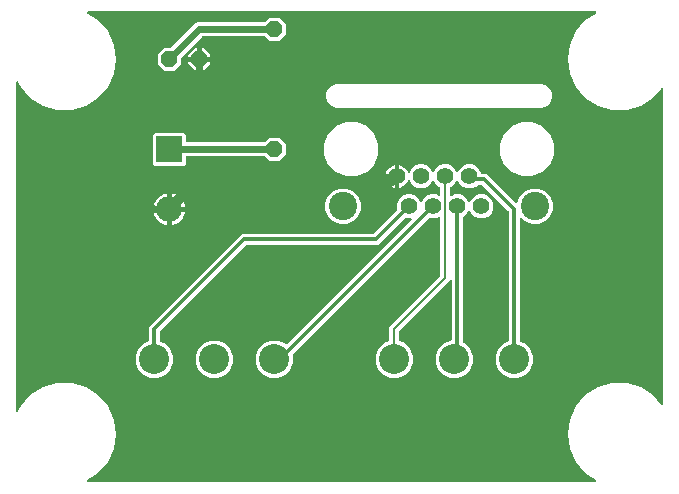
<source format=gbr>
G04 EAGLE Gerber RS-274X export*
G75*
%MOMM*%
%FSLAX34Y34*%
%LPD*%
%INBottom Copper*%
%IPPOS*%
%AMOC8*
5,1,8,0,0,1.08239X$1,22.5*%
G01*
%ADD10C,1.422400*%
%ADD11C,2.400000*%
%ADD12C,2.540000*%
%ADD13R,2.184400X2.184400*%
%ADD14C,2.184400*%
%ADD15P,1.429621X8X292.500000*%
%ADD16P,1.429621X8X22.500000*%
%ADD17C,0.304800*%
%ADD18C,0.812800*%
%ADD19C,0.609600*%
%ADD20C,0.203200*%

G36*
X653046Y327680D02*
X653046Y327680D01*
X653183Y327698D01*
X653188Y327700D01*
X653192Y327701D01*
X653318Y327757D01*
X653444Y327812D01*
X653447Y327815D01*
X653452Y327817D01*
X653556Y327905D01*
X653662Y327993D01*
X653665Y327997D01*
X653669Y328000D01*
X653745Y328115D01*
X653822Y328229D01*
X653824Y328233D01*
X653826Y328237D01*
X653868Y328369D01*
X653911Y328499D01*
X653911Y328504D01*
X653912Y328508D01*
X653916Y328645D01*
X653920Y328783D01*
X653919Y328788D01*
X653919Y328792D01*
X653885Y328925D01*
X653851Y329059D01*
X653849Y329063D01*
X653848Y329067D01*
X653779Y329184D01*
X653708Y329304D01*
X653705Y329307D01*
X653702Y329312D01*
X653495Y329506D01*
X653474Y329517D01*
X653460Y329530D01*
X644497Y335290D01*
X636355Y344686D01*
X631191Y355994D01*
X629422Y368300D01*
X631191Y380606D01*
X636355Y391914D01*
X644497Y401310D01*
X654955Y408031D01*
X666884Y411534D01*
X679316Y411534D01*
X691245Y408031D01*
X701703Y401310D01*
X708657Y393285D01*
X708706Y393242D01*
X708749Y393192D01*
X708813Y393149D01*
X708871Y393098D01*
X708931Y393071D01*
X708985Y393034D01*
X709059Y393011D01*
X709129Y392978D01*
X709194Y392968D01*
X709256Y392949D01*
X709333Y392947D01*
X709410Y392935D01*
X709475Y392943D01*
X709540Y392941D01*
X709615Y392961D01*
X709692Y392971D01*
X709752Y392997D01*
X709815Y393013D01*
X709882Y393053D01*
X709953Y393083D01*
X710003Y393125D01*
X710060Y393158D01*
X710113Y393215D01*
X710172Y393264D01*
X710210Y393318D01*
X710254Y393366D01*
X710290Y393435D01*
X710333Y393498D01*
X710354Y393560D01*
X710384Y393619D01*
X710394Y393682D01*
X710423Y393768D01*
X710427Y393878D01*
X710439Y393950D01*
X710439Y660150D01*
X710430Y660215D01*
X710431Y660281D01*
X710410Y660355D01*
X710399Y660432D01*
X710373Y660491D01*
X710355Y660555D01*
X710315Y660620D01*
X710283Y660691D01*
X710241Y660741D01*
X710207Y660797D01*
X710149Y660849D01*
X710100Y660908D01*
X710045Y660944D01*
X709997Y660989D01*
X709927Y661023D01*
X709863Y661066D01*
X709800Y661085D01*
X709742Y661114D01*
X709666Y661128D01*
X709592Y661151D01*
X709526Y661153D01*
X709462Y661165D01*
X709385Y661157D01*
X709308Y661159D01*
X709244Y661142D01*
X709179Y661135D01*
X709107Y661106D01*
X709033Y661087D01*
X708976Y661053D01*
X708915Y661029D01*
X708866Y660988D01*
X708788Y660942D01*
X708713Y660861D01*
X708657Y660815D01*
X701703Y652790D01*
X691245Y646069D01*
X679316Y642566D01*
X666884Y642566D01*
X654955Y646069D01*
X644497Y652790D01*
X636355Y662186D01*
X631191Y673494D01*
X629422Y685800D01*
X631191Y698106D01*
X636355Y709414D01*
X644497Y718810D01*
X653304Y724470D01*
X653408Y724560D01*
X653513Y724649D01*
X653516Y724653D01*
X653519Y724656D01*
X653594Y724770D01*
X653671Y724885D01*
X653672Y724890D01*
X653675Y724894D01*
X653715Y725025D01*
X653757Y725156D01*
X653757Y725161D01*
X653758Y725166D01*
X653760Y725304D01*
X653764Y725440D01*
X653763Y725445D01*
X653763Y725450D01*
X653727Y725583D01*
X653692Y725715D01*
X653690Y725720D01*
X653688Y725724D01*
X653616Y725843D01*
X653547Y725960D01*
X653543Y725963D01*
X653541Y725967D01*
X653440Y726060D01*
X653339Y726154D01*
X653335Y726157D01*
X653332Y726160D01*
X653210Y726221D01*
X653086Y726284D01*
X653082Y726284D01*
X653077Y726287D01*
X652798Y726338D01*
X652774Y726336D01*
X652755Y726339D01*
X223545Y726339D01*
X223410Y726320D01*
X223272Y726302D01*
X223268Y726300D01*
X223263Y726299D01*
X223138Y726243D01*
X223012Y726188D01*
X223008Y726185D01*
X223004Y726183D01*
X222899Y726095D01*
X222793Y726007D01*
X222790Y726003D01*
X222787Y726000D01*
X222710Y725884D01*
X222633Y725771D01*
X222632Y725767D01*
X222629Y725763D01*
X222587Y725631D01*
X222545Y725501D01*
X222545Y725496D01*
X222543Y725492D01*
X222540Y725355D01*
X222535Y725217D01*
X222536Y725212D01*
X222536Y725208D01*
X222571Y725075D01*
X222604Y724941D01*
X222607Y724937D01*
X222608Y724933D01*
X222677Y724816D01*
X222747Y724696D01*
X222751Y724693D01*
X222753Y724688D01*
X222961Y724494D01*
X222982Y724483D01*
X222996Y724470D01*
X231803Y718810D01*
X239945Y709414D01*
X245109Y698106D01*
X246878Y685800D01*
X245109Y673494D01*
X239945Y662186D01*
X231803Y652790D01*
X221345Y646069D01*
X209416Y642566D01*
X196984Y642566D01*
X185055Y646069D01*
X174597Y652790D01*
X166455Y662186D01*
X164499Y666469D01*
X164463Y666526D01*
X164435Y666588D01*
X164387Y666645D01*
X164346Y666708D01*
X164295Y666753D01*
X164251Y666805D01*
X164189Y666847D01*
X164133Y666896D01*
X164071Y666925D01*
X164015Y666963D01*
X163943Y666985D01*
X163876Y667017D01*
X163809Y667028D01*
X163744Y667048D01*
X163669Y667050D01*
X163595Y667062D01*
X163528Y667054D01*
X163460Y667056D01*
X163387Y667037D01*
X163313Y667028D01*
X163250Y667001D01*
X163185Y666984D01*
X163120Y666946D01*
X163051Y666916D01*
X162998Y666873D01*
X162940Y666839D01*
X162889Y666784D01*
X162831Y666737D01*
X162792Y666681D01*
X162746Y666631D01*
X162712Y666565D01*
X162669Y666503D01*
X162647Y666439D01*
X162616Y666378D01*
X162606Y666316D01*
X162578Y666234D01*
X162573Y666120D01*
X162561Y666047D01*
X162561Y388053D01*
X162570Y387986D01*
X162570Y387918D01*
X162590Y387846D01*
X162601Y387771D01*
X162628Y387710D01*
X162647Y387644D01*
X162686Y387580D01*
X162717Y387512D01*
X162761Y387460D01*
X162796Y387402D01*
X162852Y387352D01*
X162900Y387295D01*
X162957Y387257D01*
X163007Y387212D01*
X163075Y387179D01*
X163137Y387137D01*
X163202Y387117D01*
X163263Y387087D01*
X163337Y387074D01*
X163408Y387052D01*
X163476Y387050D01*
X163543Y387038D01*
X163617Y387046D01*
X163692Y387044D01*
X163758Y387062D01*
X163826Y387069D01*
X163895Y387097D01*
X163967Y387116D01*
X164026Y387151D01*
X164089Y387177D01*
X164147Y387223D01*
X164212Y387261D01*
X164258Y387311D01*
X164311Y387353D01*
X164347Y387405D01*
X164406Y387469D01*
X164458Y387570D01*
X164499Y387631D01*
X166455Y391914D01*
X174597Y401310D01*
X185055Y408031D01*
X196984Y411534D01*
X209416Y411534D01*
X221345Y408031D01*
X231803Y401310D01*
X239945Y391914D01*
X245109Y380606D01*
X246878Y368300D01*
X245109Y355994D01*
X239945Y344686D01*
X231803Y335290D01*
X222840Y329530D01*
X222736Y329440D01*
X222631Y329351D01*
X222629Y329347D01*
X222625Y329344D01*
X222550Y329230D01*
X222474Y329115D01*
X222472Y329110D01*
X222470Y329106D01*
X222429Y328975D01*
X222388Y328844D01*
X222388Y328839D01*
X222386Y328834D01*
X222384Y328696D01*
X222381Y328560D01*
X222382Y328555D01*
X222382Y328550D01*
X222418Y328417D01*
X222452Y328285D01*
X222455Y328280D01*
X222456Y328276D01*
X222528Y328157D01*
X222598Y328040D01*
X222601Y328037D01*
X222604Y328033D01*
X222705Y327940D01*
X222805Y327846D01*
X222809Y327843D01*
X222813Y327840D01*
X222935Y327779D01*
X223058Y327716D01*
X223062Y327716D01*
X223067Y327713D01*
X223347Y327662D01*
X223370Y327664D01*
X223389Y327661D01*
X652911Y327661D01*
X653046Y327680D01*
G37*
%LPC*%
G36*
X276267Y416051D02*
X276267Y416051D01*
X270479Y418449D01*
X266049Y422879D01*
X263651Y428667D01*
X263651Y434933D01*
X266049Y440721D01*
X270479Y445151D01*
X274201Y446693D01*
X274202Y446693D01*
X274203Y446694D01*
X274324Y446765D01*
X274445Y446837D01*
X274446Y446838D01*
X274448Y446839D01*
X274545Y446943D01*
X274641Y447044D01*
X274641Y447045D01*
X274642Y447046D01*
X274707Y447172D01*
X274771Y447297D01*
X274771Y447298D01*
X274772Y447300D01*
X274774Y447314D01*
X274826Y447575D01*
X274823Y447606D01*
X274827Y447631D01*
X274827Y459094D01*
X353706Y537973D01*
X465085Y537973D01*
X465172Y537985D01*
X465259Y537988D01*
X465312Y538005D01*
X465367Y538013D01*
X465447Y538048D01*
X465530Y538075D01*
X465569Y538103D01*
X465626Y538129D01*
X465739Y538225D01*
X465803Y538270D01*
X485050Y557516D01*
X485051Y557518D01*
X485052Y557519D01*
X485137Y557632D01*
X485220Y557744D01*
X485221Y557745D01*
X485222Y557746D01*
X485271Y557877D01*
X485322Y558009D01*
X485322Y558011D01*
X485322Y558012D01*
X485333Y558151D01*
X485345Y558293D01*
X485345Y558294D01*
X485345Y558296D01*
X485342Y558311D01*
X485289Y558571D01*
X485275Y558598D01*
X485270Y558623D01*
X485039Y559179D01*
X485039Y563221D01*
X486586Y566956D01*
X489444Y569814D01*
X493179Y571361D01*
X497221Y571361D01*
X500956Y569814D01*
X503814Y566956D01*
X504462Y565391D01*
X504477Y565366D01*
X504486Y565338D01*
X504549Y565243D01*
X504607Y565146D01*
X504628Y565126D01*
X504644Y565101D01*
X504731Y565028D01*
X504813Y564951D01*
X504839Y564937D01*
X504862Y564918D01*
X504965Y564872D01*
X505066Y564821D01*
X505095Y564815D01*
X505122Y564803D01*
X505234Y564787D01*
X505345Y564766D01*
X505374Y564768D01*
X505403Y564764D01*
X505515Y564780D01*
X505628Y564790D01*
X505656Y564801D01*
X505684Y564805D01*
X505787Y564851D01*
X505893Y564892D01*
X505917Y564910D01*
X505944Y564922D01*
X506030Y564995D01*
X506120Y565064D01*
X506138Y565087D01*
X506160Y565106D01*
X506202Y565173D01*
X506290Y565291D01*
X506312Y565350D01*
X506338Y565391D01*
X506986Y566956D01*
X509844Y569814D01*
X513579Y571361D01*
X517621Y571361D01*
X520331Y570238D01*
X520443Y570209D01*
X520552Y570175D01*
X520580Y570174D01*
X520607Y570167D01*
X520721Y570170D01*
X520836Y570167D01*
X520863Y570174D01*
X520891Y570175D01*
X521000Y570210D01*
X521111Y570239D01*
X521135Y570253D01*
X521162Y570262D01*
X521257Y570326D01*
X521356Y570385D01*
X521375Y570405D01*
X521398Y570420D01*
X521472Y570508D01*
X521550Y570592D01*
X521563Y570617D01*
X521581Y570638D01*
X521627Y570743D01*
X521680Y570845D01*
X521684Y570870D01*
X521696Y570898D01*
X521733Y571161D01*
X521735Y571176D01*
X521735Y576607D01*
X521735Y576609D01*
X521735Y576611D01*
X521715Y576751D01*
X521695Y576889D01*
X521695Y576890D01*
X521695Y576892D01*
X521636Y577021D01*
X521579Y577148D01*
X521578Y577150D01*
X521577Y577151D01*
X521488Y577256D01*
X521396Y577365D01*
X521394Y577366D01*
X521393Y577367D01*
X521381Y577375D01*
X521159Y577523D01*
X521130Y577532D01*
X521109Y577545D01*
X520044Y577986D01*
X517186Y580844D01*
X516538Y582409D01*
X516523Y582435D01*
X516514Y582462D01*
X516451Y582557D01*
X516393Y582654D01*
X516372Y582674D01*
X516356Y582699D01*
X516269Y582771D01*
X516187Y582849D01*
X516161Y582863D01*
X516138Y582882D01*
X516035Y582928D01*
X515934Y582979D01*
X515905Y582985D01*
X515878Y582997D01*
X515766Y583013D01*
X515655Y583034D01*
X515626Y583032D01*
X515597Y583036D01*
X515485Y583020D01*
X515372Y583010D01*
X515345Y583000D01*
X515315Y582995D01*
X515212Y582949D01*
X515107Y582908D01*
X515083Y582890D01*
X515056Y582878D01*
X514970Y582805D01*
X514880Y582736D01*
X514862Y582713D01*
X514840Y582694D01*
X514798Y582627D01*
X514710Y582509D01*
X514688Y582450D01*
X514662Y582409D01*
X514014Y580844D01*
X511156Y577986D01*
X507421Y576439D01*
X503379Y576439D01*
X499644Y577986D01*
X496786Y580844D01*
X495874Y583046D01*
X495839Y583106D01*
X495813Y583170D01*
X495767Y583228D01*
X495730Y583291D01*
X495679Y583339D01*
X495636Y583393D01*
X495576Y583436D01*
X495523Y583486D01*
X495461Y583518D01*
X495405Y583558D01*
X495336Y583583D01*
X495270Y583617D01*
X495202Y583630D01*
X495137Y583653D01*
X495064Y583657D01*
X494991Y583672D01*
X494922Y583666D01*
X494853Y583670D01*
X494781Y583653D01*
X494708Y583647D01*
X494644Y583622D01*
X494576Y583607D01*
X494511Y583572D01*
X494443Y583545D01*
X494387Y583503D01*
X494327Y583470D01*
X494275Y583418D01*
X494216Y583374D01*
X494175Y583318D01*
X494126Y583269D01*
X494097Y583214D01*
X494046Y583146D01*
X494005Y583038D01*
X493971Y582972D01*
X493946Y582895D01*
X493256Y581541D01*
X492363Y580312D01*
X491288Y579237D01*
X490059Y578344D01*
X488705Y577654D01*
X487260Y577185D01*
X487031Y577149D01*
X487031Y585584D01*
X487024Y585634D01*
X487025Y585651D01*
X487023Y585655D01*
X487025Y585700D01*
X487003Y585782D01*
X486991Y585865D01*
X486967Y585919D01*
X486953Y585975D01*
X486910Y586048D01*
X486875Y586125D01*
X486837Y586169D01*
X486807Y586220D01*
X486746Y586277D01*
X486691Y586342D01*
X486643Y586374D01*
X486600Y586414D01*
X486525Y586453D01*
X486455Y586499D01*
X486399Y586517D01*
X486347Y586544D01*
X486279Y586555D01*
X486184Y586585D01*
X486084Y586588D01*
X486016Y586599D01*
X484999Y586599D01*
X484999Y586601D01*
X486016Y586601D01*
X486074Y586609D01*
X486132Y586608D01*
X486214Y586629D01*
X486297Y586641D01*
X486351Y586665D01*
X486407Y586679D01*
X486480Y586722D01*
X486557Y586757D01*
X486602Y586795D01*
X486652Y586825D01*
X486710Y586886D01*
X486774Y586941D01*
X486806Y586989D01*
X486846Y587032D01*
X486885Y587107D01*
X486931Y587177D01*
X486949Y587233D01*
X486976Y587285D01*
X486987Y587353D01*
X487017Y587448D01*
X487020Y587548D01*
X487031Y587616D01*
X487031Y596051D01*
X487260Y596015D01*
X488705Y595546D01*
X490059Y594856D01*
X491288Y593963D01*
X492363Y592888D01*
X493256Y591659D01*
X493946Y590305D01*
X493971Y590228D01*
X494001Y590166D01*
X494022Y590100D01*
X494063Y590039D01*
X494095Y589973D01*
X494142Y589922D01*
X494180Y589864D01*
X494237Y589817D01*
X494286Y589762D01*
X494345Y589726D01*
X494398Y589681D01*
X494465Y589651D01*
X494528Y589613D01*
X494594Y589594D01*
X494658Y589566D01*
X494731Y589556D01*
X494802Y589536D01*
X494871Y589536D01*
X494939Y589527D01*
X495012Y589537D01*
X495086Y589538D01*
X495152Y589558D01*
X495221Y589568D01*
X495288Y589598D01*
X495358Y589619D01*
X495417Y589656D01*
X495480Y589685D01*
X495536Y589732D01*
X495598Y589772D01*
X495643Y589824D01*
X495696Y589869D01*
X495729Y589922D01*
X495785Y589986D01*
X495834Y590090D01*
X495874Y590154D01*
X496786Y592356D01*
X499644Y595214D01*
X503379Y596761D01*
X507421Y596761D01*
X511156Y595214D01*
X514014Y592356D01*
X514662Y590791D01*
X514677Y590766D01*
X514686Y590738D01*
X514749Y590643D01*
X514807Y590546D01*
X514828Y590526D01*
X514844Y590501D01*
X514931Y590428D01*
X515013Y590351D01*
X515039Y590337D01*
X515062Y590318D01*
X515165Y590272D01*
X515266Y590221D01*
X515295Y590215D01*
X515322Y590203D01*
X515434Y590187D01*
X515545Y590166D01*
X515574Y590168D01*
X515603Y590164D01*
X515715Y590180D01*
X515828Y590190D01*
X515856Y590201D01*
X515884Y590205D01*
X515987Y590251D01*
X516093Y590292D01*
X516117Y590310D01*
X516144Y590322D01*
X516230Y590395D01*
X516320Y590464D01*
X516338Y590487D01*
X516360Y590506D01*
X516402Y590573D01*
X516490Y590691D01*
X516512Y590750D01*
X516538Y590791D01*
X517186Y592356D01*
X520044Y595214D01*
X523779Y596761D01*
X527821Y596761D01*
X531556Y595214D01*
X534414Y592356D01*
X535062Y590791D01*
X535077Y590766D01*
X535086Y590738D01*
X535149Y590643D01*
X535207Y590546D01*
X535228Y590526D01*
X535244Y590501D01*
X535331Y590428D01*
X535413Y590351D01*
X535439Y590337D01*
X535462Y590318D01*
X535565Y590272D01*
X535666Y590221D01*
X535695Y590215D01*
X535722Y590203D01*
X535834Y590187D01*
X535945Y590166D01*
X535974Y590168D01*
X536003Y590164D01*
X536115Y590180D01*
X536228Y590190D01*
X536256Y590201D01*
X536284Y590205D01*
X536387Y590251D01*
X536493Y590292D01*
X536517Y590310D01*
X536544Y590322D01*
X536630Y590395D01*
X536720Y590464D01*
X536738Y590487D01*
X536760Y590506D01*
X536802Y590573D01*
X536890Y590691D01*
X536912Y590750D01*
X536938Y590791D01*
X537586Y592356D01*
X540444Y595214D01*
X544179Y596761D01*
X548221Y596761D01*
X551956Y595214D01*
X554814Y592356D01*
X556038Y589399D01*
X556039Y589398D01*
X556040Y589397D01*
X556110Y589278D01*
X556183Y589155D01*
X556184Y589154D01*
X556185Y589152D01*
X556289Y589055D01*
X556390Y588959D01*
X556391Y588959D01*
X556392Y588958D01*
X556518Y588893D01*
X556642Y588829D01*
X556644Y588829D01*
X556645Y588828D01*
X556660Y588826D01*
X556921Y588774D01*
X556952Y588777D01*
X556976Y588773D01*
X560694Y588773D01*
X585350Y564117D01*
X585442Y564048D01*
X585530Y563974D01*
X585555Y563962D01*
X585577Y563946D01*
X585684Y563905D01*
X585790Y563858D01*
X585817Y563854D01*
X585843Y563845D01*
X585957Y563835D01*
X586071Y563819D01*
X586099Y563823D01*
X586126Y563821D01*
X586239Y563844D01*
X586352Y563860D01*
X586378Y563871D01*
X586405Y563877D01*
X586507Y563930D01*
X586612Y563977D01*
X586633Y563995D01*
X586657Y564008D01*
X586741Y564087D01*
X586828Y564161D01*
X586841Y564183D01*
X586863Y564204D01*
X586998Y564433D01*
X587006Y564446D01*
X589192Y569724D01*
X593426Y573958D01*
X598957Y576249D01*
X604943Y576249D01*
X610474Y573958D01*
X614708Y569724D01*
X616999Y564193D01*
X616999Y558207D01*
X614708Y552676D01*
X610474Y548442D01*
X604943Y546151D01*
X598957Y546151D01*
X593426Y548442D01*
X590506Y551362D01*
X590482Y551380D01*
X590463Y551402D01*
X590369Y551465D01*
X590279Y551533D01*
X590251Y551543D01*
X590227Y551560D01*
X590119Y551594D01*
X590013Y551634D01*
X589984Y551637D01*
X589956Y551645D01*
X589842Y551648D01*
X589730Y551658D01*
X589701Y551652D01*
X589672Y551653D01*
X589562Y551624D01*
X589451Y551602D01*
X589425Y551588D01*
X589397Y551581D01*
X589299Y551523D01*
X589199Y551471D01*
X589177Y551451D01*
X589152Y551436D01*
X589075Y551353D01*
X588993Y551275D01*
X588978Y551250D01*
X588958Y551228D01*
X588906Y551127D01*
X588849Y551030D01*
X588842Y551001D01*
X588828Y550975D01*
X588815Y550898D01*
X588779Y550754D01*
X588781Y550692D01*
X588773Y550644D01*
X588773Y447631D01*
X588773Y447629D01*
X588773Y447627D01*
X588793Y447487D01*
X588813Y447349D01*
X588813Y447348D01*
X588813Y447346D01*
X588870Y447220D01*
X588929Y447090D01*
X588930Y447088D01*
X588931Y447087D01*
X589022Y446980D01*
X589112Y446873D01*
X589114Y446872D01*
X589115Y446871D01*
X589128Y446862D01*
X589349Y446715D01*
X589378Y446706D01*
X589399Y446693D01*
X593121Y445151D01*
X597551Y440721D01*
X599949Y434933D01*
X599949Y428667D01*
X597551Y422879D01*
X593121Y418449D01*
X587333Y416051D01*
X581067Y416051D01*
X575279Y418449D01*
X570849Y422879D01*
X568451Y428667D01*
X568451Y434933D01*
X570849Y440721D01*
X575279Y445151D01*
X579001Y446693D01*
X579002Y446693D01*
X579003Y446694D01*
X579124Y446765D01*
X579245Y446837D01*
X579246Y446838D01*
X579248Y446839D01*
X579345Y446943D01*
X579441Y447044D01*
X579441Y447045D01*
X579442Y447046D01*
X579507Y447172D01*
X579571Y447297D01*
X579571Y447298D01*
X579572Y447300D01*
X579574Y447314D01*
X579626Y447575D01*
X579623Y447606D01*
X579627Y447631D01*
X579627Y556485D01*
X579615Y556572D01*
X579612Y556659D01*
X579595Y556712D01*
X579587Y556767D01*
X579552Y556847D01*
X579525Y556930D01*
X579497Y556969D01*
X579471Y557026D01*
X579375Y557140D01*
X579330Y557203D01*
X557203Y579330D01*
X557133Y579382D01*
X557070Y579442D01*
X557020Y579468D01*
X556976Y579501D01*
X556894Y579532D01*
X556816Y579572D01*
X556769Y579580D01*
X556710Y579602D01*
X556563Y579614D01*
X556485Y579627D01*
X554017Y579627D01*
X553931Y579615D01*
X553843Y579612D01*
X553791Y579595D01*
X553736Y579587D01*
X553656Y579552D01*
X553573Y579525D01*
X553533Y579497D01*
X553476Y579471D01*
X553363Y579375D01*
X553299Y579330D01*
X551956Y577986D01*
X548221Y576439D01*
X544179Y576439D01*
X540444Y577986D01*
X537586Y580844D01*
X536938Y582409D01*
X536923Y582435D01*
X536914Y582462D01*
X536851Y582557D01*
X536793Y582654D01*
X536772Y582674D01*
X536756Y582699D01*
X536669Y582771D01*
X536587Y582849D01*
X536561Y582863D01*
X536538Y582882D01*
X536435Y582928D01*
X536334Y582979D01*
X536305Y582985D01*
X536278Y582997D01*
X536166Y583013D01*
X536055Y583034D01*
X536026Y583032D01*
X535997Y583036D01*
X535885Y583020D01*
X535772Y583010D01*
X535745Y583000D01*
X535715Y582995D01*
X535612Y582949D01*
X535507Y582908D01*
X535483Y582890D01*
X535456Y582878D01*
X535370Y582805D01*
X535280Y582736D01*
X535262Y582713D01*
X535240Y582694D01*
X535198Y582627D01*
X535110Y582509D01*
X535088Y582450D01*
X535062Y582409D01*
X534414Y580844D01*
X531556Y577986D01*
X530491Y577545D01*
X530490Y577545D01*
X530489Y577544D01*
X530372Y577475D01*
X530247Y577401D01*
X530245Y577400D01*
X530244Y577399D01*
X530147Y577296D01*
X530051Y577194D01*
X530051Y577193D01*
X530050Y577192D01*
X529985Y577066D01*
X529921Y576941D01*
X529921Y576940D01*
X529920Y576938D01*
X529918Y576924D01*
X529866Y576663D01*
X529869Y576632D01*
X529865Y576607D01*
X529865Y571176D01*
X529881Y571062D01*
X529891Y570948D01*
X529901Y570922D01*
X529905Y570895D01*
X529952Y570790D01*
X529993Y570683D01*
X530009Y570661D01*
X530021Y570635D01*
X530095Y570547D01*
X530164Y570456D01*
X530187Y570439D01*
X530204Y570418D01*
X530300Y570354D01*
X530392Y570286D01*
X530418Y570276D01*
X530441Y570261D01*
X530551Y570226D01*
X530658Y570185D01*
X530686Y570183D01*
X530712Y570175D01*
X530827Y570172D01*
X530941Y570163D01*
X530966Y570168D01*
X530996Y570167D01*
X531253Y570235D01*
X531269Y570238D01*
X533979Y571361D01*
X538021Y571361D01*
X541756Y569814D01*
X544614Y566956D01*
X545262Y565391D01*
X545277Y565366D01*
X545286Y565338D01*
X545349Y565243D01*
X545407Y565146D01*
X545428Y565126D01*
X545444Y565101D01*
X545531Y565028D01*
X545613Y564951D01*
X545639Y564937D01*
X545662Y564918D01*
X545765Y564872D01*
X545866Y564821D01*
X545895Y564815D01*
X545922Y564803D01*
X546034Y564787D01*
X546145Y564766D01*
X546174Y564768D01*
X546203Y564764D01*
X546315Y564780D01*
X546428Y564790D01*
X546456Y564801D01*
X546484Y564805D01*
X546587Y564851D01*
X546693Y564892D01*
X546717Y564910D01*
X546744Y564922D01*
X546830Y564995D01*
X546920Y565064D01*
X546938Y565087D01*
X546960Y565106D01*
X547002Y565173D01*
X547090Y565291D01*
X547112Y565350D01*
X547138Y565391D01*
X547786Y566956D01*
X550644Y569814D01*
X554379Y571361D01*
X558421Y571361D01*
X562156Y569814D01*
X565014Y566956D01*
X566561Y563221D01*
X566561Y559179D01*
X565014Y555444D01*
X562156Y552586D01*
X558421Y551039D01*
X554379Y551039D01*
X550644Y552586D01*
X547786Y555444D01*
X547138Y557009D01*
X547123Y557035D01*
X547114Y557062D01*
X547051Y557157D01*
X546993Y557254D01*
X546972Y557274D01*
X546956Y557299D01*
X546869Y557371D01*
X546787Y557449D01*
X546761Y557463D01*
X546738Y557482D01*
X546635Y557528D01*
X546534Y557579D01*
X546505Y557585D01*
X546478Y557597D01*
X546366Y557613D01*
X546255Y557634D01*
X546226Y557632D01*
X546197Y557636D01*
X546085Y557620D01*
X545972Y557610D01*
X545945Y557600D01*
X545915Y557595D01*
X545812Y557549D01*
X545707Y557508D01*
X545683Y557490D01*
X545656Y557478D01*
X545570Y557405D01*
X545480Y557336D01*
X545462Y557313D01*
X545440Y557294D01*
X545398Y557227D01*
X545310Y557109D01*
X545288Y557050D01*
X545262Y557009D01*
X544614Y555444D01*
X541756Y552586D01*
X541199Y552356D01*
X541198Y552355D01*
X541197Y552355D01*
X541080Y552285D01*
X540955Y552211D01*
X540953Y552210D01*
X540952Y552209D01*
X540857Y552108D01*
X540759Y552005D01*
X540759Y552003D01*
X540758Y552002D01*
X540693Y551875D01*
X540629Y551752D01*
X540629Y551750D01*
X540628Y551749D01*
X540626Y551734D01*
X540574Y551473D01*
X540577Y551442D01*
X540573Y551418D01*
X540573Y446554D01*
X540573Y446552D01*
X540573Y446550D01*
X540594Y446405D01*
X540613Y446272D01*
X540613Y446271D01*
X540613Y446269D01*
X540670Y446143D01*
X540729Y446013D01*
X540730Y446011D01*
X540731Y446010D01*
X540822Y445903D01*
X540912Y445796D01*
X540914Y445795D01*
X540915Y445794D01*
X540928Y445785D01*
X541149Y445638D01*
X541178Y445629D01*
X541199Y445616D01*
X542321Y445151D01*
X546751Y440721D01*
X549149Y434933D01*
X549149Y428667D01*
X546751Y422879D01*
X542321Y418449D01*
X536533Y416051D01*
X530267Y416051D01*
X524479Y418449D01*
X520049Y422879D01*
X517651Y428667D01*
X517651Y434933D01*
X520049Y440721D01*
X524479Y445151D01*
X530267Y447549D01*
X530412Y447549D01*
X530470Y447557D01*
X530528Y447555D01*
X530610Y447577D01*
X530694Y447589D01*
X530747Y447612D01*
X530803Y447627D01*
X530876Y447670D01*
X530953Y447705D01*
X530998Y447743D01*
X531048Y447772D01*
X531106Y447834D01*
X531170Y447888D01*
X531202Y447937D01*
X531242Y447980D01*
X531281Y448055D01*
X531328Y448125D01*
X531345Y448181D01*
X531372Y448233D01*
X531383Y448301D01*
X531413Y448396D01*
X531416Y448496D01*
X531427Y448564D01*
X531427Y497828D01*
X531423Y497857D01*
X531426Y497886D01*
X531403Y497997D01*
X531387Y498109D01*
X531375Y498136D01*
X531370Y498165D01*
X531318Y498265D01*
X531271Y498369D01*
X531252Y498391D01*
X531239Y498417D01*
X531161Y498499D01*
X531088Y498586D01*
X531063Y498602D01*
X531043Y498623D01*
X530945Y498681D01*
X530851Y498743D01*
X530823Y498752D01*
X530798Y498767D01*
X530688Y498795D01*
X530580Y498829D01*
X530550Y498830D01*
X530522Y498837D01*
X530409Y498834D01*
X530296Y498836D01*
X530267Y498829D01*
X530238Y498828D01*
X530130Y498793D01*
X530021Y498765D01*
X529995Y498750D01*
X529967Y498741D01*
X529904Y498695D01*
X529776Y498619D01*
X529733Y498574D01*
X529694Y498546D01*
X486962Y455814D01*
X486910Y455744D01*
X486850Y455680D01*
X486824Y455631D01*
X486791Y455586D01*
X486760Y455505D01*
X486720Y455427D01*
X486712Y455379D01*
X486690Y455321D01*
X486678Y455173D01*
X486665Y455096D01*
X486665Y447841D01*
X486665Y447839D01*
X486665Y447838D01*
X486685Y447698D01*
X486705Y447560D01*
X486705Y447558D01*
X486705Y447557D01*
X486762Y447431D01*
X486821Y447300D01*
X486822Y447299D01*
X486823Y447297D01*
X486914Y447190D01*
X487004Y447083D01*
X487006Y447082D01*
X487007Y447081D01*
X487020Y447073D01*
X487241Y446926D01*
X487270Y446916D01*
X487291Y446903D01*
X491521Y445151D01*
X495951Y440721D01*
X498349Y434933D01*
X498349Y428667D01*
X495951Y422879D01*
X491521Y418449D01*
X485733Y416051D01*
X479467Y416051D01*
X473679Y418449D01*
X469249Y422879D01*
X466851Y428667D01*
X466851Y434933D01*
X469249Y440721D01*
X473679Y445151D01*
X477909Y446903D01*
X477910Y446904D01*
X477911Y446904D01*
X478030Y446974D01*
X478153Y447048D01*
X478154Y447049D01*
X478156Y447050D01*
X478253Y447153D01*
X478349Y447254D01*
X478349Y447256D01*
X478350Y447257D01*
X478415Y447383D01*
X478479Y447507D01*
X478479Y447509D01*
X478480Y447510D01*
X478482Y447525D01*
X478534Y447786D01*
X478531Y447816D01*
X478535Y447841D01*
X478535Y458884D01*
X521438Y501786D01*
X521490Y501856D01*
X521550Y501920D01*
X521576Y501969D01*
X521609Y502014D01*
X521640Y502095D01*
X521680Y502173D01*
X521688Y502221D01*
X521710Y502279D01*
X521722Y502427D01*
X521735Y502504D01*
X521735Y551224D01*
X521719Y551338D01*
X521709Y551452D01*
X521699Y551478D01*
X521695Y551505D01*
X521648Y551610D01*
X521607Y551717D01*
X521591Y551739D01*
X521579Y551765D01*
X521505Y551853D01*
X521436Y551944D01*
X521413Y551961D01*
X521396Y551982D01*
X521300Y552046D01*
X521208Y552114D01*
X521182Y552124D01*
X521159Y552139D01*
X521049Y552174D01*
X520942Y552215D01*
X520914Y552217D01*
X520888Y552225D01*
X520773Y552228D01*
X520659Y552237D01*
X520634Y552232D01*
X520604Y552233D01*
X520347Y552165D01*
X520331Y552162D01*
X517621Y551039D01*
X513579Y551039D01*
X513023Y551270D01*
X513021Y551270D01*
X513020Y551271D01*
X512887Y551305D01*
X512748Y551341D01*
X512746Y551341D01*
X512744Y551341D01*
X512603Y551336D01*
X512463Y551332D01*
X512462Y551332D01*
X512460Y551332D01*
X512325Y551288D01*
X512193Y551246D01*
X512191Y551245D01*
X512190Y551244D01*
X512177Y551236D01*
X511956Y551088D01*
X511937Y551064D01*
X511916Y551050D01*
X396950Y436084D01*
X396949Y436082D01*
X396948Y436081D01*
X396863Y435968D01*
X396779Y435856D01*
X396779Y435855D01*
X396778Y435854D01*
X396727Y435719D01*
X396678Y435591D01*
X396678Y435589D01*
X396678Y435588D01*
X396666Y435445D01*
X396655Y435307D01*
X396655Y435306D01*
X396655Y435304D01*
X396658Y435289D01*
X396711Y435029D01*
X396725Y435002D01*
X396730Y434977D01*
X396749Y434933D01*
X396749Y428667D01*
X394351Y422879D01*
X389921Y418449D01*
X384133Y416051D01*
X377867Y416051D01*
X372079Y418449D01*
X367649Y422879D01*
X365251Y428667D01*
X365251Y434933D01*
X367649Y440721D01*
X372079Y445151D01*
X377867Y447549D01*
X384133Y447549D01*
X389921Y445151D01*
X390785Y444287D01*
X390831Y444252D01*
X390872Y444210D01*
X390945Y444167D01*
X391012Y444116D01*
X391067Y444096D01*
X391117Y444066D01*
X391199Y444045D01*
X391278Y444015D01*
X391336Y444010D01*
X391393Y443996D01*
X391477Y443999D01*
X391561Y443992D01*
X391618Y444003D01*
X391677Y444005D01*
X391757Y444031D01*
X391840Y444048D01*
X391892Y444075D01*
X391947Y444092D01*
X392003Y444132D01*
X392092Y444179D01*
X392164Y444247D01*
X392220Y444287D01*
X497239Y549306D01*
X497249Y549320D01*
X497256Y549325D01*
X497261Y549333D01*
X497279Y549349D01*
X497342Y549443D01*
X497410Y549533D01*
X497421Y549561D01*
X497437Y549585D01*
X497471Y549693D01*
X497511Y549799D01*
X497514Y549828D01*
X497523Y549856D01*
X497526Y549970D01*
X497535Y550082D01*
X497529Y550111D01*
X497530Y550140D01*
X497501Y550250D01*
X497479Y550361D01*
X497466Y550387D01*
X497458Y550415D01*
X497400Y550513D01*
X497348Y550613D01*
X497328Y550635D01*
X497313Y550660D01*
X497230Y550737D01*
X497152Y550819D01*
X497127Y550834D01*
X497106Y550854D01*
X497005Y550906D01*
X496907Y550963D01*
X496879Y550970D01*
X496852Y550984D01*
X496775Y550997D01*
X496632Y551033D01*
X496569Y551031D01*
X496521Y551039D01*
X493179Y551039D01*
X492623Y551270D01*
X492621Y551270D01*
X492620Y551271D01*
X492487Y551305D01*
X492348Y551341D01*
X492346Y551341D01*
X492344Y551341D01*
X492203Y551336D01*
X492063Y551332D01*
X492062Y551332D01*
X492060Y551332D01*
X491925Y551288D01*
X491793Y551246D01*
X491791Y551245D01*
X491790Y551244D01*
X491777Y551236D01*
X491556Y551088D01*
X491537Y551064D01*
X491516Y551050D01*
X472270Y531803D01*
X469294Y528827D01*
X357915Y528827D01*
X357828Y528815D01*
X357741Y528812D01*
X357688Y528795D01*
X357633Y528787D01*
X357553Y528752D01*
X357470Y528725D01*
X357431Y528697D01*
X357374Y528671D01*
X357260Y528575D01*
X357197Y528530D01*
X284270Y455603D01*
X284218Y455533D01*
X284158Y455470D01*
X284132Y455420D01*
X284099Y455376D01*
X284068Y455294D01*
X284028Y455216D01*
X284020Y455169D01*
X283998Y455110D01*
X283986Y454963D01*
X283973Y454885D01*
X283973Y447631D01*
X283973Y447629D01*
X283973Y447627D01*
X283993Y447487D01*
X284013Y447349D01*
X284013Y447348D01*
X284013Y447346D01*
X284070Y447220D01*
X284129Y447090D01*
X284130Y447088D01*
X284131Y447087D01*
X284222Y446980D01*
X284312Y446873D01*
X284314Y446872D01*
X284315Y446871D01*
X284328Y446862D01*
X284549Y446715D01*
X284578Y446706D01*
X284599Y446693D01*
X288321Y445151D01*
X292751Y440721D01*
X295149Y434933D01*
X295149Y428667D01*
X292751Y422879D01*
X288321Y418449D01*
X282533Y416051D01*
X276267Y416051D01*
G37*
%LPD*%
%LPC*%
G36*
X433359Y644639D02*
X433359Y644639D01*
X429624Y646186D01*
X426766Y649044D01*
X425219Y652779D01*
X425219Y656821D01*
X426766Y660556D01*
X429624Y663414D01*
X433359Y664961D01*
X608041Y664961D01*
X611776Y663414D01*
X614634Y660556D01*
X616181Y656821D01*
X616181Y652779D01*
X614634Y649044D01*
X611776Y646186D01*
X608041Y644639D01*
X433359Y644639D01*
G37*
%LPD*%
%LPC*%
G36*
X279915Y595629D02*
X279915Y595629D01*
X278129Y597415D01*
X278129Y621785D01*
X279915Y623571D01*
X304285Y623571D01*
X306071Y621785D01*
X306071Y616712D01*
X306079Y616654D01*
X306077Y616596D01*
X306099Y616514D01*
X306111Y616430D01*
X306134Y616377D01*
X306149Y616321D01*
X306192Y616248D01*
X306227Y616171D01*
X306265Y616126D01*
X306294Y616076D01*
X306356Y616018D01*
X306410Y615954D01*
X306459Y615922D01*
X306502Y615882D01*
X306577Y615843D01*
X306647Y615796D01*
X306703Y615779D01*
X306755Y615752D01*
X306823Y615741D01*
X306918Y615711D01*
X307018Y615708D01*
X307086Y615697D01*
X373025Y615697D01*
X373112Y615709D01*
X373199Y615712D01*
X373252Y615729D01*
X373307Y615737D01*
X373387Y615772D01*
X373470Y615799D01*
X373509Y615827D01*
X373566Y615853D01*
X373679Y615949D01*
X373743Y615994D01*
X377002Y619253D01*
X384998Y619253D01*
X390653Y613598D01*
X390653Y605602D01*
X384998Y599947D01*
X377002Y599947D01*
X373743Y603206D01*
X373673Y603258D01*
X373609Y603318D01*
X373560Y603344D01*
X373516Y603377D01*
X373434Y603408D01*
X373356Y603448D01*
X373309Y603456D01*
X373250Y603478D01*
X373103Y603490D01*
X373025Y603503D01*
X307086Y603503D01*
X307028Y603495D01*
X306970Y603497D01*
X306888Y603475D01*
X306804Y603463D01*
X306751Y603440D01*
X306695Y603425D01*
X306622Y603382D01*
X306545Y603347D01*
X306500Y603309D01*
X306450Y603280D01*
X306392Y603218D01*
X306328Y603164D01*
X306296Y603115D01*
X306256Y603072D01*
X306217Y602997D01*
X306170Y602927D01*
X306153Y602871D01*
X306126Y602819D01*
X306115Y602751D01*
X306085Y602656D01*
X306082Y602556D01*
X306071Y602488D01*
X306071Y597415D01*
X304285Y595629D01*
X279915Y595629D01*
G37*
%LPD*%
%LPC*%
G36*
X590543Y586689D02*
X590543Y586689D01*
X582122Y590177D01*
X575677Y596622D01*
X572189Y605043D01*
X572189Y614157D01*
X575677Y622578D01*
X582122Y629023D01*
X590543Y632511D01*
X599657Y632511D01*
X608078Y629023D01*
X614523Y622578D01*
X618011Y614157D01*
X618011Y605043D01*
X614523Y596622D01*
X608078Y590177D01*
X599657Y586689D01*
X590543Y586689D01*
G37*
%LPD*%
%LPC*%
G36*
X441743Y586689D02*
X441743Y586689D01*
X433322Y590177D01*
X426877Y596622D01*
X423389Y605043D01*
X423389Y614157D01*
X426877Y622578D01*
X433322Y629023D01*
X441743Y632511D01*
X450857Y632511D01*
X459278Y629023D01*
X465723Y622578D01*
X469211Y614157D01*
X469211Y605043D01*
X465723Y596622D01*
X459278Y590177D01*
X450857Y586689D01*
X441743Y586689D01*
G37*
%LPD*%
%LPC*%
G36*
X288102Y676147D02*
X288102Y676147D01*
X282447Y681802D01*
X282447Y689798D01*
X288102Y695453D01*
X292710Y695453D01*
X292797Y695465D01*
X292884Y695468D01*
X292937Y695485D01*
X292992Y695493D01*
X293071Y695528D01*
X293155Y695555D01*
X293194Y695583D01*
X293251Y695609D01*
X293364Y695705D01*
X293428Y695750D01*
X312189Y714511D01*
X314046Y716369D01*
X316287Y717297D01*
X373025Y717297D01*
X373112Y717309D01*
X373199Y717312D01*
X373252Y717329D01*
X373307Y717337D01*
X373386Y717372D01*
X373470Y717399D01*
X373509Y717427D01*
X373566Y717453D01*
X373679Y717549D01*
X373743Y717594D01*
X377002Y720853D01*
X384998Y720853D01*
X390653Y715198D01*
X390653Y707202D01*
X384998Y701547D01*
X377002Y701547D01*
X373743Y704806D01*
X373673Y704858D01*
X373609Y704918D01*
X373560Y704944D01*
X373516Y704977D01*
X373434Y705008D01*
X373356Y705048D01*
X373309Y705056D01*
X373250Y705078D01*
X373103Y705090D01*
X373025Y705103D01*
X320446Y705103D01*
X320359Y705091D01*
X320272Y705088D01*
X320219Y705071D01*
X320164Y705063D01*
X320085Y705028D01*
X320001Y705001D01*
X319962Y704973D01*
X319905Y704947D01*
X319792Y704851D01*
X319728Y704806D01*
X302050Y687128D01*
X301998Y687058D01*
X301938Y686994D01*
X301912Y686945D01*
X301879Y686901D01*
X301848Y686819D01*
X301808Y686741D01*
X301800Y686694D01*
X301778Y686635D01*
X301766Y686487D01*
X301753Y686410D01*
X301753Y681802D01*
X296098Y676147D01*
X288102Y676147D01*
G37*
%LPD*%
%LPC*%
G36*
X327067Y416051D02*
X327067Y416051D01*
X321279Y418449D01*
X316849Y422879D01*
X314451Y428667D01*
X314451Y434933D01*
X316849Y440721D01*
X321279Y445151D01*
X327067Y447549D01*
X333333Y447549D01*
X339121Y445151D01*
X343551Y440721D01*
X345949Y434933D01*
X345949Y428667D01*
X343551Y422879D01*
X339121Y418449D01*
X333333Y416051D01*
X327067Y416051D01*
G37*
%LPD*%
%LPC*%
G36*
X436457Y546151D02*
X436457Y546151D01*
X430926Y548442D01*
X426692Y552676D01*
X424401Y558207D01*
X424401Y564193D01*
X426692Y569724D01*
X430926Y573958D01*
X436457Y576249D01*
X442443Y576249D01*
X447974Y573958D01*
X452208Y569724D01*
X454499Y564193D01*
X454499Y558207D01*
X452208Y552676D01*
X447974Y548442D01*
X442443Y546151D01*
X436457Y546151D01*
G37*
%LPD*%
%LPC*%
G36*
X294131Y560831D02*
X294131Y560831D01*
X294131Y572109D01*
X295253Y571931D01*
X297268Y571276D01*
X299156Y570314D01*
X300870Y569069D01*
X302369Y567570D01*
X303614Y565856D01*
X304576Y563968D01*
X305231Y561953D01*
X305409Y560831D01*
X294131Y560831D01*
G37*
%LPD*%
%LPC*%
G36*
X278791Y560831D02*
X278791Y560831D01*
X278969Y561953D01*
X279624Y563968D01*
X280586Y565856D01*
X281831Y567570D01*
X283330Y569069D01*
X285044Y570314D01*
X286932Y571276D01*
X288947Y571931D01*
X290069Y572109D01*
X290069Y560831D01*
X278791Y560831D01*
G37*
%LPD*%
%LPC*%
G36*
X294131Y556769D02*
X294131Y556769D01*
X305409Y556769D01*
X305231Y555647D01*
X304576Y553632D01*
X303614Y551744D01*
X302369Y550030D01*
X300870Y548531D01*
X299156Y547286D01*
X297268Y546324D01*
X295253Y545669D01*
X294131Y545491D01*
X294131Y556769D01*
G37*
%LPD*%
%LPC*%
G36*
X288947Y545669D02*
X288947Y545669D01*
X286932Y546324D01*
X285044Y547286D01*
X283330Y548531D01*
X281831Y550030D01*
X280586Y551744D01*
X279624Y553632D01*
X278969Y555647D01*
X278791Y556769D01*
X290069Y556769D01*
X290069Y545491D01*
X288947Y545669D01*
G37*
%LPD*%
%LPC*%
G36*
X475549Y588631D02*
X475549Y588631D01*
X475585Y588860D01*
X476054Y590305D01*
X476744Y591659D01*
X477637Y592888D01*
X478712Y593963D01*
X479941Y594856D01*
X481295Y595546D01*
X482740Y596015D01*
X482969Y596051D01*
X482969Y588631D01*
X475549Y588631D01*
G37*
%LPD*%
%LPC*%
G36*
X482740Y577185D02*
X482740Y577185D01*
X481295Y577654D01*
X479941Y578344D01*
X478712Y579237D01*
X477637Y580312D01*
X476744Y581541D01*
X476054Y582895D01*
X475585Y584340D01*
X475549Y584569D01*
X482969Y584569D01*
X482969Y577149D01*
X482740Y577185D01*
G37*
%LPD*%
%LPC*%
G36*
X319531Y687831D02*
X319531Y687831D01*
X319531Y694945D01*
X321288Y694945D01*
X326645Y689588D01*
X326645Y687831D01*
X319531Y687831D01*
G37*
%LPD*%
%LPC*%
G36*
X308355Y687831D02*
X308355Y687831D01*
X308355Y689588D01*
X313712Y694945D01*
X315469Y694945D01*
X315469Y687831D01*
X308355Y687831D01*
G37*
%LPD*%
%LPC*%
G36*
X319531Y676655D02*
X319531Y676655D01*
X319531Y683769D01*
X326645Y683769D01*
X326645Y682012D01*
X321288Y676655D01*
X319531Y676655D01*
G37*
%LPD*%
%LPC*%
G36*
X313712Y676655D02*
X313712Y676655D01*
X308355Y682012D01*
X308355Y683769D01*
X315469Y683769D01*
X315469Y676655D01*
X313712Y676655D01*
G37*
%LPD*%
%LPC*%
G36*
X317499Y685799D02*
X317499Y685799D01*
X317499Y685801D01*
X317501Y685801D01*
X317501Y685799D01*
X317499Y685799D01*
G37*
%LPD*%
%LPC*%
G36*
X292099Y558799D02*
X292099Y558799D01*
X292099Y558801D01*
X292101Y558801D01*
X292101Y558799D01*
X292099Y558799D01*
G37*
%LPD*%
D10*
X485000Y586600D03*
X495200Y561200D03*
X505400Y586600D03*
X515600Y561200D03*
X525800Y586600D03*
X536000Y561200D03*
X546200Y586600D03*
X556400Y561200D03*
D11*
X439450Y561200D03*
X601950Y561200D03*
D12*
X279400Y431800D03*
X330200Y431800D03*
X381000Y431800D03*
X482600Y431800D03*
X533400Y431800D03*
X584200Y431800D03*
D13*
X292100Y609600D03*
D14*
X292100Y558800D03*
D15*
X381000Y711200D03*
X381000Y609600D03*
D16*
X292100Y685800D03*
X317500Y685800D03*
D17*
X482600Y584200D02*
X485000Y586600D01*
D18*
X315926Y582626D02*
X292100Y558800D01*
X481026Y582626D02*
X482600Y584200D01*
X481026Y582626D02*
X315926Y582626D01*
D19*
X292100Y558800D02*
X279400Y558800D01*
X266700Y571500D01*
X266700Y622300D01*
X317500Y673100D02*
X317500Y685800D01*
X317500Y673100D02*
X266700Y622300D01*
X292100Y609600D02*
X381000Y609600D01*
D17*
X467400Y533400D02*
X495200Y561200D01*
X355600Y533400D02*
X279400Y457200D01*
X279400Y431800D01*
X355600Y533400D02*
X467400Y533400D01*
X515600Y561200D02*
X386200Y431800D01*
X381000Y431800D01*
D20*
X482600Y431800D02*
X482600Y457200D01*
X525800Y500400D02*
X525800Y586600D01*
X525800Y500400D02*
X482600Y457200D01*
D17*
X536000Y434400D02*
X536000Y561200D01*
X536000Y434400D02*
X533400Y431800D01*
X548600Y584200D02*
X546200Y586600D01*
X548600Y584200D02*
X558800Y584200D01*
X584200Y558800D01*
X584200Y431800D01*
D19*
X317500Y711200D02*
X292100Y685800D01*
X317500Y711200D02*
X381000Y711200D01*
M02*

</source>
